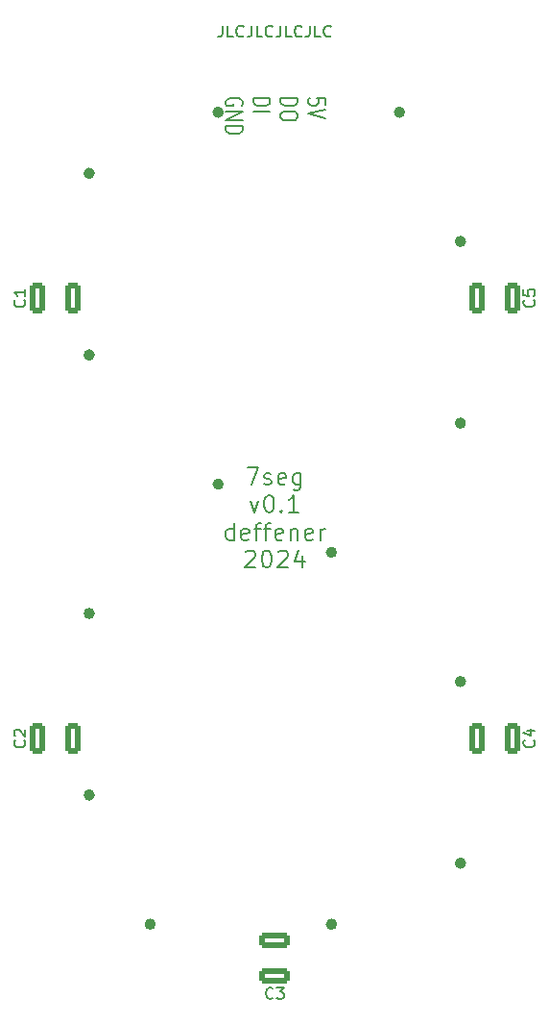
<source format=gto>
G04 #@! TF.GenerationSoftware,KiCad,Pcbnew,7.0.2*
G04 #@! TF.CreationDate,2024-09-03T00:20:42+03:00*
G04 #@! TF.ProjectId,7seg,37736567-2e6b-4696-9361-645f70636258,rev?*
G04 #@! TF.SameCoordinates,Original*
G04 #@! TF.FileFunction,Legend,Top*
G04 #@! TF.FilePolarity,Positive*
%FSLAX46Y46*%
G04 Gerber Fmt 4.6, Leading zero omitted, Abs format (unit mm)*
G04 Created by KiCad (PCBNEW 7.0.2) date 2024-09-03 00:20:42*
%MOMM*%
%LPD*%
G01*
G04 APERTURE LIST*
G04 Aperture macros list*
%AMRoundRect*
0 Rectangle with rounded corners*
0 $1 Rounding radius*
0 $2 $3 $4 $5 $6 $7 $8 $9 X,Y pos of 4 corners*
0 Add a 4 corners polygon primitive as box body*
4,1,4,$2,$3,$4,$5,$6,$7,$8,$9,$2,$3,0*
0 Add four circle primitives for the rounded corners*
1,1,$1+$1,$2,$3*
1,1,$1+$1,$4,$5*
1,1,$1+$1,$6,$7*
1,1,$1+$1,$8,$9*
0 Add four rect primitives between the rounded corners*
20,1,$1+$1,$2,$3,$4,$5,0*
20,1,$1+$1,$4,$5,$6,$7,0*
20,1,$1+$1,$6,$7,$8,$9,0*
20,1,$1+$1,$8,$9,$2,$3,0*%
G04 Aperture macros list end*
%ADD10C,0.150000*%
%ADD11C,0.200000*%
%ADD12C,0.500000*%
%ADD13RoundRect,0.250000X0.412500X1.100000X-0.412500X1.100000X-0.412500X-1.100000X0.412500X-1.100000X0*%
%ADD14RoundRect,0.250000X-0.412500X-1.100000X0.412500X-1.100000X0.412500X1.100000X-0.412500X1.100000X0*%
%ADD15RoundRect,0.250000X1.100000X-0.412500X1.100000X0.412500X-1.100000X0.412500X-1.100000X-0.412500X0*%
%ADD16R,0.900000X1.500000*%
%ADD17R,1.500000X0.900000*%
%ADD18O,2.000000X2.200000*%
%ADD19O,2.000000X2.400000*%
G04 APERTURE END LIST*
D10*
X97571428Y-95548928D02*
X98571428Y-95548928D01*
X98571428Y-95548928D02*
X97928571Y-97048928D01*
X99071428Y-96977500D02*
X99214285Y-97048928D01*
X99214285Y-97048928D02*
X99499999Y-97048928D01*
X99499999Y-97048928D02*
X99642856Y-96977500D01*
X99642856Y-96977500D02*
X99714285Y-96834642D01*
X99714285Y-96834642D02*
X99714285Y-96763214D01*
X99714285Y-96763214D02*
X99642856Y-96620357D01*
X99642856Y-96620357D02*
X99499999Y-96548928D01*
X99499999Y-96548928D02*
X99285714Y-96548928D01*
X99285714Y-96548928D02*
X99142856Y-96477500D01*
X99142856Y-96477500D02*
X99071428Y-96334642D01*
X99071428Y-96334642D02*
X99071428Y-96263214D01*
X99071428Y-96263214D02*
X99142856Y-96120357D01*
X99142856Y-96120357D02*
X99285714Y-96048928D01*
X99285714Y-96048928D02*
X99499999Y-96048928D01*
X99499999Y-96048928D02*
X99642856Y-96120357D01*
X100928571Y-96977500D02*
X100785714Y-97048928D01*
X100785714Y-97048928D02*
X100500000Y-97048928D01*
X100500000Y-97048928D02*
X100357142Y-96977500D01*
X100357142Y-96977500D02*
X100285714Y-96834642D01*
X100285714Y-96834642D02*
X100285714Y-96263214D01*
X100285714Y-96263214D02*
X100357142Y-96120357D01*
X100357142Y-96120357D02*
X100500000Y-96048928D01*
X100500000Y-96048928D02*
X100785714Y-96048928D01*
X100785714Y-96048928D02*
X100928571Y-96120357D01*
X100928571Y-96120357D02*
X101000000Y-96263214D01*
X101000000Y-96263214D02*
X101000000Y-96406071D01*
X101000000Y-96406071D02*
X100285714Y-96548928D01*
X102285714Y-96048928D02*
X102285714Y-97263214D01*
X102285714Y-97263214D02*
X102214285Y-97406071D01*
X102214285Y-97406071D02*
X102142856Y-97477500D01*
X102142856Y-97477500D02*
X101999999Y-97548928D01*
X101999999Y-97548928D02*
X101785714Y-97548928D01*
X101785714Y-97548928D02*
X101642856Y-97477500D01*
X102285714Y-96977500D02*
X102142856Y-97048928D01*
X102142856Y-97048928D02*
X101857142Y-97048928D01*
X101857142Y-97048928D02*
X101714285Y-96977500D01*
X101714285Y-96977500D02*
X101642856Y-96906071D01*
X101642856Y-96906071D02*
X101571428Y-96763214D01*
X101571428Y-96763214D02*
X101571428Y-96334642D01*
X101571428Y-96334642D02*
X101642856Y-96191785D01*
X101642856Y-96191785D02*
X101714285Y-96120357D01*
X101714285Y-96120357D02*
X101857142Y-96048928D01*
X101857142Y-96048928D02*
X102142856Y-96048928D01*
X102142856Y-96048928D02*
X102285714Y-96120357D01*
X97857143Y-98478928D02*
X98214286Y-99478928D01*
X98214286Y-99478928D02*
X98571429Y-98478928D01*
X99428572Y-97978928D02*
X99571429Y-97978928D01*
X99571429Y-97978928D02*
X99714286Y-98050357D01*
X99714286Y-98050357D02*
X99785715Y-98121785D01*
X99785715Y-98121785D02*
X99857143Y-98264642D01*
X99857143Y-98264642D02*
X99928572Y-98550357D01*
X99928572Y-98550357D02*
X99928572Y-98907500D01*
X99928572Y-98907500D02*
X99857143Y-99193214D01*
X99857143Y-99193214D02*
X99785715Y-99336071D01*
X99785715Y-99336071D02*
X99714286Y-99407500D01*
X99714286Y-99407500D02*
X99571429Y-99478928D01*
X99571429Y-99478928D02*
X99428572Y-99478928D01*
X99428572Y-99478928D02*
X99285715Y-99407500D01*
X99285715Y-99407500D02*
X99214286Y-99336071D01*
X99214286Y-99336071D02*
X99142857Y-99193214D01*
X99142857Y-99193214D02*
X99071429Y-98907500D01*
X99071429Y-98907500D02*
X99071429Y-98550357D01*
X99071429Y-98550357D02*
X99142857Y-98264642D01*
X99142857Y-98264642D02*
X99214286Y-98121785D01*
X99214286Y-98121785D02*
X99285715Y-98050357D01*
X99285715Y-98050357D02*
X99428572Y-97978928D01*
X100571428Y-99336071D02*
X100642857Y-99407500D01*
X100642857Y-99407500D02*
X100571428Y-99478928D01*
X100571428Y-99478928D02*
X100500000Y-99407500D01*
X100500000Y-99407500D02*
X100571428Y-99336071D01*
X100571428Y-99336071D02*
X100571428Y-99478928D01*
X102071429Y-99478928D02*
X101214286Y-99478928D01*
X101642857Y-99478928D02*
X101642857Y-97978928D01*
X101642857Y-97978928D02*
X101500000Y-98193214D01*
X101500000Y-98193214D02*
X101357143Y-98336071D01*
X101357143Y-98336071D02*
X101214286Y-98407500D01*
X96392858Y-101908928D02*
X96392858Y-100408928D01*
X96392858Y-101837500D02*
X96250000Y-101908928D01*
X96250000Y-101908928D02*
X95964286Y-101908928D01*
X95964286Y-101908928D02*
X95821429Y-101837500D01*
X95821429Y-101837500D02*
X95750000Y-101766071D01*
X95750000Y-101766071D02*
X95678572Y-101623214D01*
X95678572Y-101623214D02*
X95678572Y-101194642D01*
X95678572Y-101194642D02*
X95750000Y-101051785D01*
X95750000Y-101051785D02*
X95821429Y-100980357D01*
X95821429Y-100980357D02*
X95964286Y-100908928D01*
X95964286Y-100908928D02*
X96250000Y-100908928D01*
X96250000Y-100908928D02*
X96392858Y-100980357D01*
X97678572Y-101837500D02*
X97535715Y-101908928D01*
X97535715Y-101908928D02*
X97250001Y-101908928D01*
X97250001Y-101908928D02*
X97107143Y-101837500D01*
X97107143Y-101837500D02*
X97035715Y-101694642D01*
X97035715Y-101694642D02*
X97035715Y-101123214D01*
X97035715Y-101123214D02*
X97107143Y-100980357D01*
X97107143Y-100980357D02*
X97250001Y-100908928D01*
X97250001Y-100908928D02*
X97535715Y-100908928D01*
X97535715Y-100908928D02*
X97678572Y-100980357D01*
X97678572Y-100980357D02*
X97750001Y-101123214D01*
X97750001Y-101123214D02*
X97750001Y-101266071D01*
X97750001Y-101266071D02*
X97035715Y-101408928D01*
X98178572Y-100908928D02*
X98750000Y-100908928D01*
X98392857Y-101908928D02*
X98392857Y-100623214D01*
X98392857Y-100623214D02*
X98464286Y-100480357D01*
X98464286Y-100480357D02*
X98607143Y-100408928D01*
X98607143Y-100408928D02*
X98750000Y-100408928D01*
X99035715Y-100908928D02*
X99607143Y-100908928D01*
X99250000Y-101908928D02*
X99250000Y-100623214D01*
X99250000Y-100623214D02*
X99321429Y-100480357D01*
X99321429Y-100480357D02*
X99464286Y-100408928D01*
X99464286Y-100408928D02*
X99607143Y-100408928D01*
X100678572Y-101837500D02*
X100535715Y-101908928D01*
X100535715Y-101908928D02*
X100250001Y-101908928D01*
X100250001Y-101908928D02*
X100107143Y-101837500D01*
X100107143Y-101837500D02*
X100035715Y-101694642D01*
X100035715Y-101694642D02*
X100035715Y-101123214D01*
X100035715Y-101123214D02*
X100107143Y-100980357D01*
X100107143Y-100980357D02*
X100250001Y-100908928D01*
X100250001Y-100908928D02*
X100535715Y-100908928D01*
X100535715Y-100908928D02*
X100678572Y-100980357D01*
X100678572Y-100980357D02*
X100750001Y-101123214D01*
X100750001Y-101123214D02*
X100750001Y-101266071D01*
X100750001Y-101266071D02*
X100035715Y-101408928D01*
X101392857Y-100908928D02*
X101392857Y-101908928D01*
X101392857Y-101051785D02*
X101464286Y-100980357D01*
X101464286Y-100980357D02*
X101607143Y-100908928D01*
X101607143Y-100908928D02*
X101821429Y-100908928D01*
X101821429Y-100908928D02*
X101964286Y-100980357D01*
X101964286Y-100980357D02*
X102035715Y-101123214D01*
X102035715Y-101123214D02*
X102035715Y-101908928D01*
X103321429Y-101837500D02*
X103178572Y-101908928D01*
X103178572Y-101908928D02*
X102892858Y-101908928D01*
X102892858Y-101908928D02*
X102750000Y-101837500D01*
X102750000Y-101837500D02*
X102678572Y-101694642D01*
X102678572Y-101694642D02*
X102678572Y-101123214D01*
X102678572Y-101123214D02*
X102750000Y-100980357D01*
X102750000Y-100980357D02*
X102892858Y-100908928D01*
X102892858Y-100908928D02*
X103178572Y-100908928D01*
X103178572Y-100908928D02*
X103321429Y-100980357D01*
X103321429Y-100980357D02*
X103392858Y-101123214D01*
X103392858Y-101123214D02*
X103392858Y-101266071D01*
X103392858Y-101266071D02*
X102678572Y-101408928D01*
X104035714Y-101908928D02*
X104035714Y-100908928D01*
X104035714Y-101194642D02*
X104107143Y-101051785D01*
X104107143Y-101051785D02*
X104178572Y-100980357D01*
X104178572Y-100980357D02*
X104321429Y-100908928D01*
X104321429Y-100908928D02*
X104464286Y-100908928D01*
X97428572Y-102981785D02*
X97500000Y-102910357D01*
X97500000Y-102910357D02*
X97642858Y-102838928D01*
X97642858Y-102838928D02*
X98000000Y-102838928D01*
X98000000Y-102838928D02*
X98142858Y-102910357D01*
X98142858Y-102910357D02*
X98214286Y-102981785D01*
X98214286Y-102981785D02*
X98285715Y-103124642D01*
X98285715Y-103124642D02*
X98285715Y-103267500D01*
X98285715Y-103267500D02*
X98214286Y-103481785D01*
X98214286Y-103481785D02*
X97357143Y-104338928D01*
X97357143Y-104338928D02*
X98285715Y-104338928D01*
X99214286Y-102838928D02*
X99357143Y-102838928D01*
X99357143Y-102838928D02*
X99500000Y-102910357D01*
X99500000Y-102910357D02*
X99571429Y-102981785D01*
X99571429Y-102981785D02*
X99642857Y-103124642D01*
X99642857Y-103124642D02*
X99714286Y-103410357D01*
X99714286Y-103410357D02*
X99714286Y-103767500D01*
X99714286Y-103767500D02*
X99642857Y-104053214D01*
X99642857Y-104053214D02*
X99571429Y-104196071D01*
X99571429Y-104196071D02*
X99500000Y-104267500D01*
X99500000Y-104267500D02*
X99357143Y-104338928D01*
X99357143Y-104338928D02*
X99214286Y-104338928D01*
X99214286Y-104338928D02*
X99071429Y-104267500D01*
X99071429Y-104267500D02*
X99000000Y-104196071D01*
X99000000Y-104196071D02*
X98928571Y-104053214D01*
X98928571Y-104053214D02*
X98857143Y-103767500D01*
X98857143Y-103767500D02*
X98857143Y-103410357D01*
X98857143Y-103410357D02*
X98928571Y-103124642D01*
X98928571Y-103124642D02*
X99000000Y-102981785D01*
X99000000Y-102981785D02*
X99071429Y-102910357D01*
X99071429Y-102910357D02*
X99214286Y-102838928D01*
X100285714Y-102981785D02*
X100357142Y-102910357D01*
X100357142Y-102910357D02*
X100500000Y-102838928D01*
X100500000Y-102838928D02*
X100857142Y-102838928D01*
X100857142Y-102838928D02*
X101000000Y-102910357D01*
X101000000Y-102910357D02*
X101071428Y-102981785D01*
X101071428Y-102981785D02*
X101142857Y-103124642D01*
X101142857Y-103124642D02*
X101142857Y-103267500D01*
X101142857Y-103267500D02*
X101071428Y-103481785D01*
X101071428Y-103481785D02*
X100214285Y-104338928D01*
X100214285Y-104338928D02*
X101142857Y-104338928D01*
X102428571Y-103338928D02*
X102428571Y-104338928D01*
X102071428Y-102767500D02*
X101714285Y-103838928D01*
X101714285Y-103838928D02*
X102642856Y-103838928D01*
D11*
X95380951Y-56612619D02*
X95380951Y-57326904D01*
X95380951Y-57326904D02*
X95333332Y-57469761D01*
X95333332Y-57469761D02*
X95238094Y-57565000D01*
X95238094Y-57565000D02*
X95095237Y-57612619D01*
X95095237Y-57612619D02*
X94999999Y-57612619D01*
X96333332Y-57612619D02*
X95857142Y-57612619D01*
X95857142Y-57612619D02*
X95857142Y-56612619D01*
X97238094Y-57517380D02*
X97190475Y-57565000D01*
X97190475Y-57565000D02*
X97047618Y-57612619D01*
X97047618Y-57612619D02*
X96952380Y-57612619D01*
X96952380Y-57612619D02*
X96809523Y-57565000D01*
X96809523Y-57565000D02*
X96714285Y-57469761D01*
X96714285Y-57469761D02*
X96666666Y-57374523D01*
X96666666Y-57374523D02*
X96619047Y-57184047D01*
X96619047Y-57184047D02*
X96619047Y-57041190D01*
X96619047Y-57041190D02*
X96666666Y-56850714D01*
X96666666Y-56850714D02*
X96714285Y-56755476D01*
X96714285Y-56755476D02*
X96809523Y-56660238D01*
X96809523Y-56660238D02*
X96952380Y-56612619D01*
X96952380Y-56612619D02*
X97047618Y-56612619D01*
X97047618Y-56612619D02*
X97190475Y-56660238D01*
X97190475Y-56660238D02*
X97238094Y-56707857D01*
X97952380Y-56612619D02*
X97952380Y-57326904D01*
X97952380Y-57326904D02*
X97904761Y-57469761D01*
X97904761Y-57469761D02*
X97809523Y-57565000D01*
X97809523Y-57565000D02*
X97666666Y-57612619D01*
X97666666Y-57612619D02*
X97571428Y-57612619D01*
X98904761Y-57612619D02*
X98428571Y-57612619D01*
X98428571Y-57612619D02*
X98428571Y-56612619D01*
X99809523Y-57517380D02*
X99761904Y-57565000D01*
X99761904Y-57565000D02*
X99619047Y-57612619D01*
X99619047Y-57612619D02*
X99523809Y-57612619D01*
X99523809Y-57612619D02*
X99380952Y-57565000D01*
X99380952Y-57565000D02*
X99285714Y-57469761D01*
X99285714Y-57469761D02*
X99238095Y-57374523D01*
X99238095Y-57374523D02*
X99190476Y-57184047D01*
X99190476Y-57184047D02*
X99190476Y-57041190D01*
X99190476Y-57041190D02*
X99238095Y-56850714D01*
X99238095Y-56850714D02*
X99285714Y-56755476D01*
X99285714Y-56755476D02*
X99380952Y-56660238D01*
X99380952Y-56660238D02*
X99523809Y-56612619D01*
X99523809Y-56612619D02*
X99619047Y-56612619D01*
X99619047Y-56612619D02*
X99761904Y-56660238D01*
X99761904Y-56660238D02*
X99809523Y-56707857D01*
X100523809Y-56612619D02*
X100523809Y-57326904D01*
X100523809Y-57326904D02*
X100476190Y-57469761D01*
X100476190Y-57469761D02*
X100380952Y-57565000D01*
X100380952Y-57565000D02*
X100238095Y-57612619D01*
X100238095Y-57612619D02*
X100142857Y-57612619D01*
X101476190Y-57612619D02*
X101000000Y-57612619D01*
X101000000Y-57612619D02*
X101000000Y-56612619D01*
X102380952Y-57517380D02*
X102333333Y-57565000D01*
X102333333Y-57565000D02*
X102190476Y-57612619D01*
X102190476Y-57612619D02*
X102095238Y-57612619D01*
X102095238Y-57612619D02*
X101952381Y-57565000D01*
X101952381Y-57565000D02*
X101857143Y-57469761D01*
X101857143Y-57469761D02*
X101809524Y-57374523D01*
X101809524Y-57374523D02*
X101761905Y-57184047D01*
X101761905Y-57184047D02*
X101761905Y-57041190D01*
X101761905Y-57041190D02*
X101809524Y-56850714D01*
X101809524Y-56850714D02*
X101857143Y-56755476D01*
X101857143Y-56755476D02*
X101952381Y-56660238D01*
X101952381Y-56660238D02*
X102095238Y-56612619D01*
X102095238Y-56612619D02*
X102190476Y-56612619D01*
X102190476Y-56612619D02*
X102333333Y-56660238D01*
X102333333Y-56660238D02*
X102380952Y-56707857D01*
X103095238Y-56612619D02*
X103095238Y-57326904D01*
X103095238Y-57326904D02*
X103047619Y-57469761D01*
X103047619Y-57469761D02*
X102952381Y-57565000D01*
X102952381Y-57565000D02*
X102809524Y-57612619D01*
X102809524Y-57612619D02*
X102714286Y-57612619D01*
X104047619Y-57612619D02*
X103571429Y-57612619D01*
X103571429Y-57612619D02*
X103571429Y-56612619D01*
X104952381Y-57517380D02*
X104904762Y-57565000D01*
X104904762Y-57565000D02*
X104761905Y-57612619D01*
X104761905Y-57612619D02*
X104666667Y-57612619D01*
X104666667Y-57612619D02*
X104523810Y-57565000D01*
X104523810Y-57565000D02*
X104428572Y-57469761D01*
X104428572Y-57469761D02*
X104380953Y-57374523D01*
X104380953Y-57374523D02*
X104333334Y-57184047D01*
X104333334Y-57184047D02*
X104333334Y-57041190D01*
X104333334Y-57041190D02*
X104380953Y-56850714D01*
X104380953Y-56850714D02*
X104428572Y-56755476D01*
X104428572Y-56755476D02*
X104523810Y-56660238D01*
X104523810Y-56660238D02*
X104666667Y-56612619D01*
X104666667Y-56612619D02*
X104761905Y-56612619D01*
X104761905Y-56612619D02*
X104904762Y-56660238D01*
X104904762Y-56660238D02*
X104952381Y-56707857D01*
D10*
X104451071Y-63595142D02*
X104451071Y-63023714D01*
X104451071Y-63023714D02*
X103736785Y-62966571D01*
X103736785Y-62966571D02*
X103808214Y-63023714D01*
X103808214Y-63023714D02*
X103879642Y-63138000D01*
X103879642Y-63138000D02*
X103879642Y-63423714D01*
X103879642Y-63423714D02*
X103808214Y-63538000D01*
X103808214Y-63538000D02*
X103736785Y-63595142D01*
X103736785Y-63595142D02*
X103593928Y-63652285D01*
X103593928Y-63652285D02*
X103236785Y-63652285D01*
X103236785Y-63652285D02*
X103093928Y-63595142D01*
X103093928Y-63595142D02*
X103022500Y-63538000D01*
X103022500Y-63538000D02*
X102951071Y-63423714D01*
X102951071Y-63423714D02*
X102951071Y-63138000D01*
X102951071Y-63138000D02*
X103022500Y-63023714D01*
X103022500Y-63023714D02*
X103093928Y-62966571D01*
X104451071Y-63995142D02*
X102951071Y-64395142D01*
X102951071Y-64395142D02*
X104451071Y-64795142D01*
X100521071Y-63023714D02*
X102021071Y-63023714D01*
X102021071Y-63023714D02*
X102021071Y-63309428D01*
X102021071Y-63309428D02*
X101949642Y-63480857D01*
X101949642Y-63480857D02*
X101806785Y-63595142D01*
X101806785Y-63595142D02*
X101663928Y-63652285D01*
X101663928Y-63652285D02*
X101378214Y-63709428D01*
X101378214Y-63709428D02*
X101163928Y-63709428D01*
X101163928Y-63709428D02*
X100878214Y-63652285D01*
X100878214Y-63652285D02*
X100735357Y-63595142D01*
X100735357Y-63595142D02*
X100592500Y-63480857D01*
X100592500Y-63480857D02*
X100521071Y-63309428D01*
X100521071Y-63309428D02*
X100521071Y-63023714D01*
X102021071Y-64452285D02*
X102021071Y-64680857D01*
X102021071Y-64680857D02*
X101949642Y-64795142D01*
X101949642Y-64795142D02*
X101806785Y-64909428D01*
X101806785Y-64909428D02*
X101521071Y-64966571D01*
X101521071Y-64966571D02*
X101021071Y-64966571D01*
X101021071Y-64966571D02*
X100735357Y-64909428D01*
X100735357Y-64909428D02*
X100592500Y-64795142D01*
X100592500Y-64795142D02*
X100521071Y-64680857D01*
X100521071Y-64680857D02*
X100521071Y-64452285D01*
X100521071Y-64452285D02*
X100592500Y-64338000D01*
X100592500Y-64338000D02*
X100735357Y-64223714D01*
X100735357Y-64223714D02*
X101021071Y-64166571D01*
X101021071Y-64166571D02*
X101521071Y-64166571D01*
X101521071Y-64166571D02*
X101806785Y-64223714D01*
X101806785Y-64223714D02*
X101949642Y-64338000D01*
X101949642Y-64338000D02*
X102021071Y-64452285D01*
X98091071Y-63023714D02*
X99591071Y-63023714D01*
X99591071Y-63023714D02*
X99591071Y-63309428D01*
X99591071Y-63309428D02*
X99519642Y-63480857D01*
X99519642Y-63480857D02*
X99376785Y-63595142D01*
X99376785Y-63595142D02*
X99233928Y-63652285D01*
X99233928Y-63652285D02*
X98948214Y-63709428D01*
X98948214Y-63709428D02*
X98733928Y-63709428D01*
X98733928Y-63709428D02*
X98448214Y-63652285D01*
X98448214Y-63652285D02*
X98305357Y-63595142D01*
X98305357Y-63595142D02*
X98162500Y-63480857D01*
X98162500Y-63480857D02*
X98091071Y-63309428D01*
X98091071Y-63309428D02*
X98091071Y-63023714D01*
X98091071Y-64223714D02*
X99591071Y-64223714D01*
X97089642Y-63652285D02*
X97161071Y-63538000D01*
X97161071Y-63538000D02*
X97161071Y-63366571D01*
X97161071Y-63366571D02*
X97089642Y-63195142D01*
X97089642Y-63195142D02*
X96946785Y-63080857D01*
X96946785Y-63080857D02*
X96803928Y-63023714D01*
X96803928Y-63023714D02*
X96518214Y-62966571D01*
X96518214Y-62966571D02*
X96303928Y-62966571D01*
X96303928Y-62966571D02*
X96018214Y-63023714D01*
X96018214Y-63023714D02*
X95875357Y-63080857D01*
X95875357Y-63080857D02*
X95732500Y-63195142D01*
X95732500Y-63195142D02*
X95661071Y-63366571D01*
X95661071Y-63366571D02*
X95661071Y-63480857D01*
X95661071Y-63480857D02*
X95732500Y-63652285D01*
X95732500Y-63652285D02*
X95803928Y-63709428D01*
X95803928Y-63709428D02*
X96303928Y-63709428D01*
X96303928Y-63709428D02*
X96303928Y-63480857D01*
X95661071Y-64223714D02*
X97161071Y-64223714D01*
X97161071Y-64223714D02*
X95661071Y-64909428D01*
X95661071Y-64909428D02*
X97161071Y-64909428D01*
X95661071Y-65480857D02*
X97161071Y-65480857D01*
X97161071Y-65480857D02*
X97161071Y-65766571D01*
X97161071Y-65766571D02*
X97089642Y-65938000D01*
X97089642Y-65938000D02*
X96946785Y-66052285D01*
X96946785Y-66052285D02*
X96803928Y-66109428D01*
X96803928Y-66109428D02*
X96518214Y-66166571D01*
X96518214Y-66166571D02*
X96303928Y-66166571D01*
X96303928Y-66166571D02*
X96018214Y-66109428D01*
X96018214Y-66109428D02*
X95875357Y-66052285D01*
X95875357Y-66052285D02*
X95732500Y-65938000D01*
X95732500Y-65938000D02*
X95661071Y-65766571D01*
X95661071Y-65766571D02*
X95661071Y-65480857D01*
X122842380Y-80791166D02*
X122890000Y-80838785D01*
X122890000Y-80838785D02*
X122937619Y-80981642D01*
X122937619Y-80981642D02*
X122937619Y-81076880D01*
X122937619Y-81076880D02*
X122890000Y-81219737D01*
X122890000Y-81219737D02*
X122794761Y-81314975D01*
X122794761Y-81314975D02*
X122699523Y-81362594D01*
X122699523Y-81362594D02*
X122509047Y-81410213D01*
X122509047Y-81410213D02*
X122366190Y-81410213D01*
X122366190Y-81410213D02*
X122175714Y-81362594D01*
X122175714Y-81362594D02*
X122080476Y-81314975D01*
X122080476Y-81314975D02*
X121985238Y-81219737D01*
X121985238Y-81219737D02*
X121937619Y-81076880D01*
X121937619Y-81076880D02*
X121937619Y-80981642D01*
X121937619Y-80981642D02*
X121985238Y-80838785D01*
X121985238Y-80838785D02*
X122032857Y-80791166D01*
X121937619Y-79886404D02*
X121937619Y-80362594D01*
X121937619Y-80362594D02*
X122413809Y-80410213D01*
X122413809Y-80410213D02*
X122366190Y-80362594D01*
X122366190Y-80362594D02*
X122318571Y-80267356D01*
X122318571Y-80267356D02*
X122318571Y-80029261D01*
X122318571Y-80029261D02*
X122366190Y-79934023D01*
X122366190Y-79934023D02*
X122413809Y-79886404D01*
X122413809Y-79886404D02*
X122509047Y-79838785D01*
X122509047Y-79838785D02*
X122747142Y-79838785D01*
X122747142Y-79838785D02*
X122842380Y-79886404D01*
X122842380Y-79886404D02*
X122890000Y-79934023D01*
X122890000Y-79934023D02*
X122937619Y-80029261D01*
X122937619Y-80029261D02*
X122937619Y-80267356D01*
X122937619Y-80267356D02*
X122890000Y-80362594D01*
X122890000Y-80362594D02*
X122842380Y-80410213D01*
X122842380Y-119542166D02*
X122890000Y-119589785D01*
X122890000Y-119589785D02*
X122937619Y-119732642D01*
X122937619Y-119732642D02*
X122937619Y-119827880D01*
X122937619Y-119827880D02*
X122890000Y-119970737D01*
X122890000Y-119970737D02*
X122794761Y-120065975D01*
X122794761Y-120065975D02*
X122699523Y-120113594D01*
X122699523Y-120113594D02*
X122509047Y-120161213D01*
X122509047Y-120161213D02*
X122366190Y-120161213D01*
X122366190Y-120161213D02*
X122175714Y-120113594D01*
X122175714Y-120113594D02*
X122080476Y-120065975D01*
X122080476Y-120065975D02*
X121985238Y-119970737D01*
X121985238Y-119970737D02*
X121937619Y-119827880D01*
X121937619Y-119827880D02*
X121937619Y-119732642D01*
X121937619Y-119732642D02*
X121985238Y-119589785D01*
X121985238Y-119589785D02*
X122032857Y-119542166D01*
X122270952Y-118685023D02*
X122937619Y-118685023D01*
X121890000Y-118923118D02*
X122604285Y-119161213D01*
X122604285Y-119161213D02*
X122604285Y-118542166D01*
X77892380Y-80791166D02*
X77940000Y-80838785D01*
X77940000Y-80838785D02*
X77987619Y-80981642D01*
X77987619Y-80981642D02*
X77987619Y-81076880D01*
X77987619Y-81076880D02*
X77940000Y-81219737D01*
X77940000Y-81219737D02*
X77844761Y-81314975D01*
X77844761Y-81314975D02*
X77749523Y-81362594D01*
X77749523Y-81362594D02*
X77559047Y-81410213D01*
X77559047Y-81410213D02*
X77416190Y-81410213D01*
X77416190Y-81410213D02*
X77225714Y-81362594D01*
X77225714Y-81362594D02*
X77130476Y-81314975D01*
X77130476Y-81314975D02*
X77035238Y-81219737D01*
X77035238Y-81219737D02*
X76987619Y-81076880D01*
X76987619Y-81076880D02*
X76987619Y-80981642D01*
X76987619Y-80981642D02*
X77035238Y-80838785D01*
X77035238Y-80838785D02*
X77082857Y-80791166D01*
X77987619Y-79838785D02*
X77987619Y-80410213D01*
X77987619Y-80124499D02*
X76987619Y-80124499D01*
X76987619Y-80124499D02*
X77130476Y-80219737D01*
X77130476Y-80219737D02*
X77225714Y-80314975D01*
X77225714Y-80314975D02*
X77273333Y-80410213D01*
X99833333Y-142217380D02*
X99785714Y-142265000D01*
X99785714Y-142265000D02*
X99642857Y-142312619D01*
X99642857Y-142312619D02*
X99547619Y-142312619D01*
X99547619Y-142312619D02*
X99404762Y-142265000D01*
X99404762Y-142265000D02*
X99309524Y-142169761D01*
X99309524Y-142169761D02*
X99261905Y-142074523D01*
X99261905Y-142074523D02*
X99214286Y-141884047D01*
X99214286Y-141884047D02*
X99214286Y-141741190D01*
X99214286Y-141741190D02*
X99261905Y-141550714D01*
X99261905Y-141550714D02*
X99309524Y-141455476D01*
X99309524Y-141455476D02*
X99404762Y-141360238D01*
X99404762Y-141360238D02*
X99547619Y-141312619D01*
X99547619Y-141312619D02*
X99642857Y-141312619D01*
X99642857Y-141312619D02*
X99785714Y-141360238D01*
X99785714Y-141360238D02*
X99833333Y-141407857D01*
X100166667Y-141312619D02*
X100785714Y-141312619D01*
X100785714Y-141312619D02*
X100452381Y-141693571D01*
X100452381Y-141693571D02*
X100595238Y-141693571D01*
X100595238Y-141693571D02*
X100690476Y-141741190D01*
X100690476Y-141741190D02*
X100738095Y-141788809D01*
X100738095Y-141788809D02*
X100785714Y-141884047D01*
X100785714Y-141884047D02*
X100785714Y-142122142D01*
X100785714Y-142122142D02*
X100738095Y-142217380D01*
X100738095Y-142217380D02*
X100690476Y-142265000D01*
X100690476Y-142265000D02*
X100595238Y-142312619D01*
X100595238Y-142312619D02*
X100309524Y-142312619D01*
X100309524Y-142312619D02*
X100214286Y-142265000D01*
X100214286Y-142265000D02*
X100166667Y-142217380D01*
X77892380Y-119542166D02*
X77940000Y-119589785D01*
X77940000Y-119589785D02*
X77987619Y-119732642D01*
X77987619Y-119732642D02*
X77987619Y-119827880D01*
X77987619Y-119827880D02*
X77940000Y-119970737D01*
X77940000Y-119970737D02*
X77844761Y-120065975D01*
X77844761Y-120065975D02*
X77749523Y-120113594D01*
X77749523Y-120113594D02*
X77559047Y-120161213D01*
X77559047Y-120161213D02*
X77416190Y-120161213D01*
X77416190Y-120161213D02*
X77225714Y-120113594D01*
X77225714Y-120113594D02*
X77130476Y-120065975D01*
X77130476Y-120065975D02*
X77035238Y-119970737D01*
X77035238Y-119970737D02*
X76987619Y-119827880D01*
X76987619Y-119827880D02*
X76987619Y-119732642D01*
X76987619Y-119732642D02*
X77035238Y-119589785D01*
X77035238Y-119589785D02*
X77082857Y-119542166D01*
X77082857Y-119161213D02*
X77035238Y-119113594D01*
X77035238Y-119113594D02*
X76987619Y-119018356D01*
X76987619Y-119018356D02*
X76987619Y-118780261D01*
X76987619Y-118780261D02*
X77035238Y-118685023D01*
X77035238Y-118685023D02*
X77082857Y-118637404D01*
X77082857Y-118637404D02*
X77178095Y-118589785D01*
X77178095Y-118589785D02*
X77273333Y-118589785D01*
X77273333Y-118589785D02*
X77416190Y-118637404D01*
X77416190Y-118637404D02*
X77987619Y-119208832D01*
X77987619Y-119208832D02*
X77987619Y-118589785D01*
D12*
X83875000Y-69627000D02*
G75*
G03*
X83875000Y-69627000I-250000J0D01*
G01*
X95253000Y-97000000D02*
G75*
G03*
X95253000Y-97000000I-250000J0D01*
G01*
X95253000Y-64250000D02*
G75*
G03*
X95253000Y-64250000I-250000J0D01*
G01*
X116625000Y-91622000D02*
G75*
G03*
X116625000Y-91622000I-250000J0D01*
G01*
X105247000Y-135750000D02*
G75*
G03*
X105247000Y-135750000I-250000J0D01*
G01*
X116625000Y-114378000D02*
G75*
G03*
X116625000Y-114378000I-250000J0D01*
G01*
X116625000Y-130373000D02*
G75*
G03*
X116625000Y-130373000I-250000J0D01*
G01*
X83875000Y-108378000D02*
G75*
G03*
X83875000Y-108378000I-250000J0D01*
G01*
X89253000Y-135750000D02*
G75*
G03*
X89253000Y-135750000I-250000J0D01*
G01*
X83875000Y-85622000D02*
G75*
G03*
X83875000Y-85622000I-250000J0D01*
G01*
X116625000Y-75627000D02*
G75*
G03*
X116625000Y-75627000I-250000J0D01*
G01*
X105247000Y-103000000D02*
G75*
G03*
X105247000Y-103000000I-250000J0D01*
G01*
X111247000Y-64250000D02*
G75*
G03*
X111247000Y-64250000I-250000J0D01*
G01*
X83875000Y-124373000D02*
G75*
G03*
X83875000Y-124373000I-250000J0D01*
G01*
%LPC*%
D13*
X120937500Y-80624500D03*
X117812500Y-80624500D03*
X120937500Y-119375500D03*
X117812500Y-119375500D03*
D14*
X79062500Y-80624500D03*
X82187500Y-80624500D03*
D15*
X100000000Y-140312500D03*
X100000000Y-137187500D03*
D14*
X79062500Y-119375500D03*
X82187500Y-119375500D03*
D16*
X78975000Y-75077000D03*
X82275000Y-75077000D03*
X82275000Y-70177000D03*
X78975000Y-70177000D03*
X90353000Y-102450000D03*
X93653000Y-102450000D03*
X93653000Y-97550000D03*
X90353000Y-97550000D03*
D17*
X89553000Y-59600000D03*
X89553000Y-62900000D03*
X94453000Y-62900000D03*
X94453000Y-59600000D03*
D16*
X121025000Y-86172000D03*
X117725000Y-86172000D03*
X117725000Y-91072000D03*
X121025000Y-91072000D03*
D17*
X110447000Y-140400000D03*
X110447000Y-137100000D03*
X105547000Y-137100000D03*
X105547000Y-140400000D03*
D16*
X121025000Y-108928000D03*
X117725000Y-108928000D03*
X117725000Y-113828000D03*
X121025000Y-113828000D03*
X121025000Y-124923000D03*
X117725000Y-124923000D03*
X117725000Y-129823000D03*
X121025000Y-129823000D03*
X78975000Y-113828000D03*
X82275000Y-113828000D03*
X82275000Y-108928000D03*
X78975000Y-108928000D03*
D17*
X94453000Y-140400000D03*
X94453000Y-137100000D03*
X89553000Y-137100000D03*
X89553000Y-140400000D03*
D16*
X78975000Y-91072000D03*
X82275000Y-91072000D03*
X82275000Y-86172000D03*
X78975000Y-86172000D03*
X121025000Y-70177000D03*
X117725000Y-70177000D03*
X117725000Y-75077000D03*
X121025000Y-75077000D03*
X109647000Y-97550000D03*
X106347000Y-97550000D03*
X106347000Y-102450000D03*
X109647000Y-102450000D03*
D17*
X105547000Y-59600000D03*
X105547000Y-62900000D03*
X110447000Y-62900000D03*
X110447000Y-59600000D03*
D16*
X78975000Y-129823000D03*
X82275000Y-129823000D03*
X82275000Y-124923000D03*
X78975000Y-124923000D03*
D18*
X96190000Y-61200000D03*
D19*
X98690000Y-61200000D03*
X101190000Y-61200000D03*
D18*
X103690000Y-61200000D03*
%LPD*%
M02*

</source>
